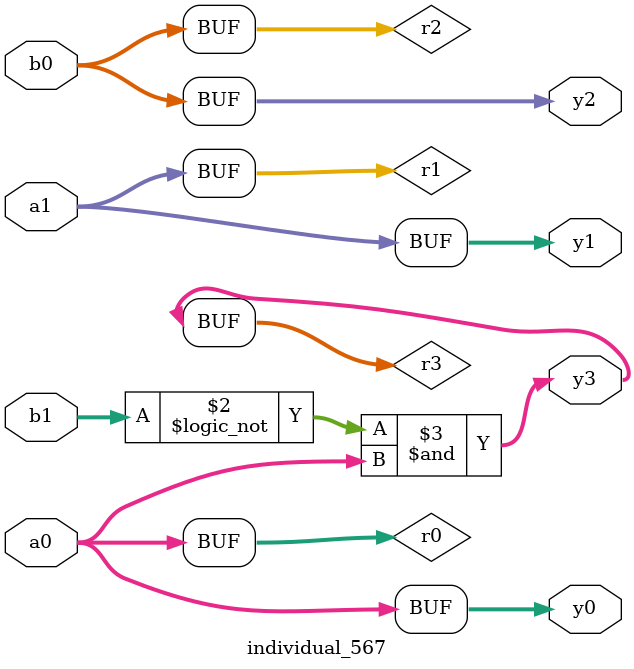
<source format=sv>
module individual_567(input logic [15:0] a1, input logic [15:0] a0, input logic [15:0] b1, input logic [15:0] b0, output logic [15:0] y3, output logic [15:0] y2, output logic [15:0] y1, output logic [15:0] y0);
logic [15:0] r0, r1, r2, r3; 
 always@(*) begin 
	 r0 = a0; r1 = a1; r2 = b0; r3 = b1; 
 	 r3 = ! r3 ;
 	 r3  &=  r0 ;
 	 y3 = r3; y2 = r2; y1 = r1; y0 = r0; 
end
endmodule
</source>
